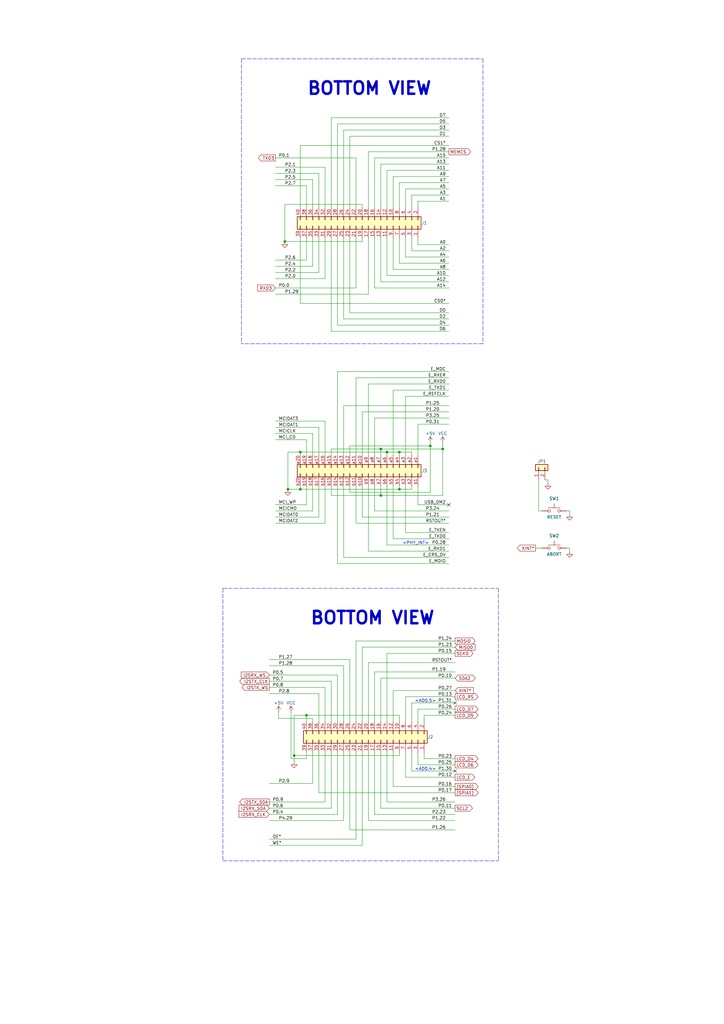
<source format=kicad_sch>
(kicad_sch (version 20211123) (generator eeschema)
  (paper "A3" portrait)
  (lib_symbols
    (symbol "Connector_Generic:Conn_01x02" (pin_names (offset 1.016) hide)
      (property "Reference" "J" (at 0 2.54 0))
      (property "Value" "Conn_01x02" (at 0 -5.08 0))
      (symbol "Conn_01x02_1_1"
        (rectangle (start -1.27 -2.413) (end 0 -2.667) (stroke (width 0.1524)))
        (rectangle (start -1.27 0.127) (end 0 -0.127) (stroke (width 0.1524)))
        (rectangle (start -1.27 1.27) (end 1.27 -3.81) (stroke (width 0.254)) (fill (type background)))
        (pin passive line (at -5.08 0 0) (length 3.81) (name "Pin_1") (number "1"))
        (pin passive line (at -5.08 -2.54 0) (length 3.81) (name "Pin_2") (number "2"))
      )
    )
    (symbol "Connector_Generic:Conn_02x20_Odd_Even" (pin_names (offset 1.016) hide)
      (property "Reference" "J" (at 1.27 25.4 0))
      (property "Value" "Conn_02x20_Odd_Even" (at 1.27 -27.94 0))
      (symbol "Conn_02x20_Odd_Even_1_1"
        (rectangle (start -1.27 -25.273) (end 0 -25.527) (stroke (width 0.1524)))
        (rectangle (start -1.27 -22.733) (end 0 -22.987) (stroke (width 0.1524)))
        (rectangle (start -1.27 -20.193) (end 0 -20.447) (stroke (width 0.1524)))
        (rectangle (start -1.27 -17.653) (end 0 -17.907) (stroke (width 0.1524)))
        (rectangle (start -1.27 -15.113) (end 0 -15.367) (stroke (width 0.1524)))
        (rectangle (start -1.27 -12.573) (end 0 -12.827) (stroke (width 0.1524)))
        (rectangle (start -1.27 -10.033) (end 0 -10.287) (stroke (width 0.1524)))
        (rectangle (start -1.27 -7.493) (end 0 -7.747) (stroke (width 0.1524)))
        (rectangle (start -1.27 -4.953) (end 0 -5.207) (stroke (width 0.1524)))
        (rectangle (start -1.27 -2.413) (end 0 -2.667) (stroke (width 0.1524)))
        (rectangle (start -1.27 0.127) (end 0 -0.127) (stroke (width 0.1524)))
        (rectangle (start -1.27 2.667) (end 0 2.413) (stroke (width 0.1524)))
        (rectangle (start -1.27 5.207) (end 0 4.953) (stroke (width 0.1524)))
        (rectangle (start -1.27 7.747) (end 0 7.493) (stroke (width 0.1524)))
        (rectangle (start -1.27 10.287) (end 0 10.033) (stroke (width 0.1524)))
        (rectangle (start -1.27 12.827) (end 0 12.573) (stroke (width 0.1524)))
        (rectangle (start -1.27 15.367) (end 0 15.113) (stroke (width 0.1524)))
        (rectangle (start -1.27 17.907) (end 0 17.653) (stroke (width 0.1524)))
        (rectangle (start -1.27 20.447) (end 0 20.193) (stroke (width 0.1524)))
        (rectangle (start -1.27 22.987) (end 0 22.733) (stroke (width 0.1524)))
        (rectangle (start -1.27 24.13) (end 3.81 -26.67) (stroke (width 0.254)) (fill (type background)))
        (rectangle (start 3.81 -25.273) (end 2.54 -25.527) (stroke (width 0.1524)))
        (rectangle (start 3.81 -22.733) (end 2.54 -22.987) (stroke (width 0.1524)))
        (rectangle (start 3.81 -20.193) (end 2.54 -20.447) (stroke (width 0.1524)))
        (rectangle (start 3.81 -17.653) (end 2.54 -17.907) (stroke (width 0.1524)))
        (rectangle (start 3.81 -15.113) (end 2.54 -15.367) (stroke (width 0.1524)))
        (rectangle (start 3.81 -12.573) (end 2.54 -12.827) (stroke (width 0.1524)))
        (rectangle (start 3.81 -10.033) (end 2.54 -10.287) (stroke (width 0.1524)))
        (rectangle (start 3.81 -7.493) (end 2.54 -7.747) (stroke (width 0.1524)))
        (rectangle (start 3.81 -4.953) (end 2.54 -5.207) (stroke (width 0.1524)))
        (rectangle (start 3.81 -2.413) (end 2.54 -2.667) (stroke (width 0.1524)))
        (rectangle (start 3.81 0.127) (end 2.54 -0.127) (stroke (width 0.1524)))
        (rectangle (start 3.81 2.667) (end 2.54 2.413) (stroke (width 0.1524)))
        (rectangle (start 3.81 5.207) (end 2.54 4.953) (stroke (width 0.1524)))
        (rectangle (start 3.81 7.747) (end 2.54 7.493) (stroke (width 0.1524)))
        (rectangle (start 3.81 10.287) (end 2.54 10.033) (stroke (width 0.1524)))
        (rectangle (start 3.81 12.827) (end 2.54 12.573) (stroke (width 0.1524)))
        (rectangle (start 3.81 15.367) (end 2.54 15.113) (stroke (width 0.1524)))
        (rectangle (start 3.81 17.907) (end 2.54 17.653) (stroke (width 0.1524)))
        (rectangle (start 3.81 20.447) (end 2.54 20.193) (stroke (width 0.1524)))
        (rectangle (start 3.81 22.987) (end 2.54 22.733) (stroke (width 0.1524)))
        (pin passive line (at -5.08 22.86 0) (length 3.81) (name "Pin_1") (number "1"))
        (pin passive line (at 7.62 12.7 180) (length 3.81) (name "Pin_10") (number "10"))
        (pin passive line (at -5.08 10.16 0) (length 3.81) (name "Pin_11") (number "11"))
        (pin passive line (at 7.62 10.16 180) (length 3.81) (name "Pin_12") (number "12"))
        (pin passive line (at -5.08 7.62 0) (length 3.81) (name "Pin_13") (number "13"))
        (pin passive line (at 7.62 7.62 180) (length 3.81) (name "Pin_14") (number "14"))
        (pin passive line (at -5.08 5.08 0) (length 3.81) (name "Pin_15") (number "15"))
        (pin passive line (at 7.62 5.08 180) (length 3.81) (name "Pin_16") (number "16"))
        (pin passive line (at -5.08 2.54 0) (length 3.81) (name "Pin_17") (number "17"))
        (pin passive line (at 7.62 2.54 180) (length 3.81) (name "Pin_18") (number "18"))
        (pin passive line (at -5.08 0 0) (length 3.81) (name "Pin_19") (number "19"))
        (pin passive line (at 7.62 22.86 180) (length 3.81) (name "Pin_2") (number "2"))
        (pin passive line (at 7.62 0 180) (length 3.81) (name "Pin_20") (number "20"))
        (pin passive line (at -5.08 -2.54 0) (length 3.81) (name "Pin_21") (number "21"))
        (pin passive line (at 7.62 -2.54 180) (length 3.81) (name "Pin_22") (number "22"))
        (pin passive line (at -5.08 -5.08 0) (length 3.81) (name "Pin_23") (number "23"))
        (pin passive line (at 7.62 -5.08 180) (length 3.81) (name "Pin_24") (number "24"))
        (pin passive line (at -5.08 -7.62 0) (length 3.81) (name "Pin_25") (number "25"))
        (pin passive line (at 7.62 -7.62 180) (length 3.81) (name "Pin_26") (number "26"))
        (pin passive line (at -5.08 -10.16 0) (length 3.81) (name "Pin_27") (number "27"))
        (pin passive line (at 7.62 -10.16 180) (length 3.81) (name "Pin_28") (number "28"))
        (pin passive line (at -5.08 -12.7 0) (length 3.81) (name "Pin_29") (number "29"))
        (pin passive line (at -5.08 20.32 0) (length 3.81) (name "Pin_3") (number "3"))
        (pin passive line (at 7.62 -12.7 180) (length 3.81) (name "Pin_30") (number "30"))
        (pin passive line (at -5.08 -15.24 0) (length 3.81) (name "Pin_31") (number "31"))
        (pin passive line (at 7.62 -15.24 180) (length 3.81) (name "Pin_32") (number "32"))
        (pin passive line (at -5.08 -17.78 0) (length 3.81) (name "Pin_33") (number "33"))
        (pin passive line (at 7.62 -17.78 180) (length 3.81) (name "Pin_34") (number "34"))
        (pin passive line (at -5.08 -20.32 0) (length 3.81) (name "Pin_35") (number "35"))
        (pin passive line (at 7.62 -20.32 180) (length 3.81) (name "Pin_36") (number "36"))
        (pin passive line (at -5.08 -22.86 0) (length 3.81) (name "Pin_37") (number "37"))
        (pin passive line (at 7.62 -22.86 180) (length 3.81) (name "Pin_38") (number "38"))
        (pin passive line (at -5.08 -25.4 0) (length 3.81) (name "Pin_39") (number "39"))
        (pin passive line (at 7.62 20.32 180) (length 3.81) (name "Pin_4") (number "4"))
        (pin passive line (at 7.62 -25.4 180) (length 3.81) (name "Pin_40") (number "40"))
        (pin passive line (at -5.08 17.78 0) (length 3.81) (name "Pin_5") (number "5"))
        (pin passive line (at 7.62 17.78 180) (length 3.81) (name "Pin_6") (number "6"))
        (pin passive line (at -5.08 15.24 0) (length 3.81) (name "Pin_7") (number "7"))
        (pin passive line (at 7.62 15.24 180) (length 3.81) (name "Pin_8") (number "8"))
        (pin passive line (at -5.08 12.7 0) (length 3.81) (name "Pin_9") (number "9"))
      )
    )
    (symbol "Connector_Generic:Conn_02x20_Row_Letter_First" (pin_names (offset 1.016) hide)
      (property "Reference" "J" (at 1.27 25.4 0))
      (property "Value" "Conn_02x20_Row_Letter_First" (at 1.27 -27.94 0))
      (symbol "Conn_02x20_Row_Letter_First_1_1"
        (rectangle (start -1.27 -25.273) (end 0 -25.527) (stroke (width 0.1524)))
        (rectangle (start -1.27 -22.733) (end 0 -22.987) (stroke (width 0.1524)))
        (rectangle (start -1.27 -20.193) (end 0 -20.447) (stroke (width 0.1524)))
        (rectangle (start -1.27 -17.653) (end 0 -17.907) (stroke (width 0.1524)))
        (rectangle (start -1.27 -15.113) (end 0 -15.367) (stroke (width 0.1524)))
        (rectangle (start -1.27 -12.573) (end 0 -12.827) (stroke (width 0.1524)))
        (rectangle (start -1.27 -10.033) (end 0 -10.287) (stroke (width 0.1524)))
        (rectangle (start -1.27 -7.493) (end 0 -7.747) (stroke (width 0.1524)))
        (rectangle (start -1.27 -4.953) (end 0 -5.207) (stroke (width 0.1524)))
        (rectangle (start -1.27 -2.413) (end 0 -2.667) (stroke (width 0.1524)))
        (rectangle (start -1.27 0.127) (end 0 -0.127) (stroke (width 0.1524)))
        (rectangle (start -1.27 2.667) (end 0 2.413) (stroke (width 0.1524)))
        (rectangle (start -1.27 5.207) (end 0 4.953) (stroke (width 0.1524)))
        (rectangle (start -1.27 7.747) (end 0 7.493) (stroke (width 0.1524)))
        (rectangle (start -1.27 10.287) (end 0 10.033) (stroke (width 0.1524)))
        (rectangle (start -1.27 12.827) (end 0 12.573) (stroke (width 0.1524)))
        (rectangle (start -1.27 15.367) (end 0 15.113) (stroke (width 0.1524)))
        (rectangle (start -1.27 17.907) (end 0 17.653) (stroke (width 0.1524)))
        (rectangle (start -1.27 20.447) (end 0 20.193) (stroke (width 0.1524)))
        (rectangle (start -1.27 22.987) (end 0 22.733) (stroke (width 0.1524)))
        (rectangle (start -1.27 24.13) (end 3.81 -26.67) (stroke (width 0.254)) (fill (type background)))
        (rectangle (start 3.81 -25.273) (end 2.54 -25.527) (stroke (width 0.1524)))
        (rectangle (start 3.81 -22.733) (end 2.54 -22.987) (stroke (width 0.1524)))
        (rectangle (start 3.81 -20.193) (end 2.54 -20.447) (stroke (width 0.1524)))
        (rectangle (start 3.81 -17.653) (end 2.54 -17.907) (stroke (width 0.1524)))
        (rectangle (start 3.81 -15.113) (end 2.54 -15.367) (stroke (width 0.1524)))
        (rectangle (start 3.81 -12.573) (end 2.54 -12.827) (stroke (width 0.1524)))
        (rectangle (start 3.81 -10.033) (end 2.54 -10.287) (stroke (width 0.1524)))
        (rectangle (start 3.81 -7.493) (end 2.54 -7.747) (stroke (width 0.1524)))
        (rectangle (start 3.81 -4.953) (end 2.54 -5.207) (stroke (width 0.1524)))
        (rectangle (start 3.81 -2.413) (end 2.54 -2.667) (stroke (width 0.1524)))
        (rectangle (start 3.81 0.127) (end 2.54 -0.127) (stroke (width 0.1524)))
        (rectangle (start 3.81 2.667) (end 2.54 2.413) (stroke (width 0.1524)))
        (rectangle (start 3.81 5.207) (end 2.54 4.953) (stroke (width 0.1524)))
        (rectangle (start 3.81 7.747) (end 2.54 7.493) (stroke (width 0.1524)))
        (rectangle (start 3.81 10.287) (end 2.54 10.033) (stroke (width 0.1524)))
        (rectangle (start 3.81 12.827) (end 2.54 12.573) (stroke (width 0.1524)))
        (rectangle (start 3.81 15.367) (end 2.54 15.113) (stroke (width 0.1524)))
        (rectangle (start 3.81 17.907) (end 2.54 17.653) (stroke (width 0.1524)))
        (rectangle (start 3.81 20.447) (end 2.54 20.193) (stroke (width 0.1524)))
        (rectangle (start 3.81 22.987) (end 2.54 22.733) (stroke (width 0.1524)))
        (pin passive line (at -5.08 22.86 0) (length 3.81) (name "Pin_a1") (number "a1"))
        (pin passive line (at -5.08 0 0) (length 3.81) (name "Pin_a10") (number "a10"))
        (pin passive line (at -5.08 -2.54 0) (length 3.81) (name "Pin_a11") (number "a11"))
        (pin passive line (at -5.08 -5.08 0) (length 3.81) (name "Pin_a12") (number "a12"))
        (pin passive line (at -5.08 -7.62 0) (length 3.81) (name "Pin_a13") (number "a13"))
        (pin passive line (at -5.08 -10.16 0) (length 3.81) (name "Pin_a14") (number "a14"))
        (pin passive line (at -5.08 -12.7 0) (length 3.81) (name "Pin_a15") (number "a15"))
        (pin passive line (at -5.08 -15.24 0) (length 3.81) (name "Pin_a16") (number "a16"))
        (pin passive line (at -5.08 -17.78 0) (length 3.81) (name "Pin_a17") (number "a17"))
        (pin passive line (at -5.08 -20.32 0) (length 3.81) (name "Pin_a18") (number "a18"))
        (pin passive line (at -5.08 -22.86 0) (length 3.81) (name "Pin_a19") (number "a19"))
        (pin passive line (at -5.08 20.32 0) (length 3.81) (name "Pin_a2") (number "a2"))
        (pin passive line (at -5.08 -25.4 0) (length 3.81) (name "Pin_a20") (number "a20"))
        (pin passive line (at -5.08 17.78 0) (length 3.81) (name "Pin_a3") (number "a3"))
        (pin passive line (at -5.08 15.24 0) (length 3.81) (name "Pin_a4") (number "a4"))
        (pin passive line (at -5.08 12.7 0) (length 3.81) (name "Pin_a5") (number "a5"))
        (pin passive line (at -5.08 10.16 0) (length 3.81) (name "Pin_a6") (number "a6"))
        (pin passive line (at -5.08 7.62 0) (length 3.81) (name "Pin_a7") (number "a7"))
        (pin passive line (at -5.08 5.08 0) (length 3.81) (name "Pin_a8") (number "a8"))
        (pin passive line (at -5.08 2.54 0) (length 3.81) (name "Pin_a9") (number "a9"))
        (pin passive line (at 7.62 22.86 180) (length 3.81) (name "Pin_b1") (number "b1"))
        (pin passive line (at 7.62 0 180) (length 3.81) (name "Pin_b10") (number "b10"))
        (pin passive line (at 7.62 -2.54 180) (length 3.81) (name "Pin_b11") (number "b11"))
        (pin passive line (at 7.62 -5.08 180) (length 3.81) (name "Pin_b12") (number "b12"))
        (pin passive line (at 7.62 -7.62 180) (length 3.81) (name "Pin_b13") (number "b13"))
        (pin passive line (at 7.62 -10.16 180) (length 3.81) (name "Pin_b14") (number "b14"))
        (pin passive line (at 7.62 -12.7 180) (length 3.81) (name "Pin_b15") (number "b15"))
        (pin passive line (at 7.62 -15.24 180) (length 3.81) (name "Pin_b16") (number "b16"))
        (pin passive line (at 7.62 -17.78 180) (length 3.81) (name "Pin_b17") (number "b17"))
        (pin passive line (at 7.62 -20.32 180) (length 3.81) (name "Pin_b18") (number "b18"))
        (pin passive line (at 7.62 -22.86 180) (length 3.81) (name "Pin_b19") (number "b19"))
        (pin passive line (at 7.62 20.32 180) (length 3.81) (name "Pin_b2") (number "b2"))
        (pin passive line (at 7.62 -25.4 180) (length 3.81) (name "Pin_b20") (number "b20"))
        (pin passive line (at 7.62 17.78 180) (length 3.81) (name "Pin_b3") (number "b3"))
        (pin passive line (at 7.62 15.24 180) (length 3.81) (name "Pin_b4") (number "b4"))
        (pin passive line (at 7.62 12.7 180) (length 3.81) (name "Pin_b5") (number "b5"))
        (pin passive line (at 7.62 10.16 180) (length 3.81) (name "Pin_b6") (number "b6"))
        (pin passive line (at 7.62 7.62 180) (length 3.81) (name "Pin_b7") (number "b7"))
        (pin passive line (at 7.62 5.08 180) (length 3.81) (name "Pin_b8") (number "b8"))
        (pin passive line (at 7.62 2.54 180) (length 3.81) (name "Pin_b9") (number "b9"))
      )
    )
    (symbol "Switch:SW_Push" (pin_numbers hide) (pin_names (offset 1.016) hide)
      (property "Reference" "SW" (at 1.27 2.54 0))
      (property "Value" "SW_Push" (at 0 -1.524 0))
      (symbol "SW_Push_0_1"
        (circle (center -2.032 0) (radius 0.508))
        (polyline (pts (xy 0 1.27) (xy 0 3.048)))
        (polyline (pts (xy 2.54 1.27) (xy -2.54 1.27)))
        (circle (center 2.032 0) (radius 0.508))
        (pin passive line (at -5.08 0 0) (length 2.54) (name "1") (number "1"))
        (pin passive line (at 5.08 0 180) (length 2.54) (name "2") (number "2"))
      )
    )
    (symbol "power:+5V" (power) (pin_names (offset 0))
      (property "Value" "+5V" (at 0 3.556 0))
      (symbol "+5V_0_1"
        (polyline (pts (xy -0.762 1.27) (xy 0 2.54)))
        (polyline (pts (xy 0 0) (xy 0 2.54)))
        (polyline (pts (xy 0 2.54) (xy 0.762 1.27)))
      )
      (symbol "+5V_1_1"
        (pin power_in line (at 0 0 90) (length 0) hide (name "+5V") (number "1"))
      )
    )
    (symbol "power:GND" (power) (pin_names (offset 0))
      (property "Value" "GND" (at 0 -3.81 0))
      (symbol "GND_0_1"
        (polyline (pts (xy 0 0) (xy 0 -1.27) (xy 1.27 -1.27) (xy 0 -2.54) (xy -1.27 -1.27) (xy 0 -1.27)))
      )
      (symbol "GND_1_1"
        (pin power_in line (at 0 0 270) (length 0) hide (name "GND") (number "1"))
      )
    )
    (symbol "power:VCC" (power) (pin_names (offset 0))
      (property "Value" "VCC" (at 0 3.81 0))
      (symbol "VCC_0_1"
        (polyline (pts (xy -0.762 1.27) (xy 0 2.54)))
        (polyline (pts (xy 0 0) (xy 0 2.54)))
        (polyline (pts (xy 0 2.54) (xy 0.762 1.27)))
      )
      (symbol "VCC_1_1"
        (pin power_in line (at 0 0 90) (length 0) hide (name "VCC") (number "1"))
      )
    )
  )
  (junction (at 123.19 200.66))
  (junction (at 158.75 185.42))
  (junction (at 156.21 184.15))
  (junction (at 163.83 185.42))
  (junction (at 181.61 184.15))
  (junction (at 163.83 200.66))
  (junction (at 156.21 203.2))
  (junction (at 118.11 200.66))
  (junction (at 123.19 185.42))
  (junction (at 120.65 309.88))
  (junction (at 125.73 293.37))
  (junction (at 116.84 99.06))
  (junction (at 176.53 182.88))
  (no_connect (at 186.69 316.23))
  (no_connect (at 184.15 207.01))
  (no_connect (at 186.69 288.29))
  (wire (pts (xy 148.59 186.69) (xy 148.59 168.91)))
  (wire (pts (xy 156.21 115.57) (xy 156.21 97.79)))
  (wire (pts (xy 110.49 346.71) (xy 148.59 346.71)))
  (wire (pts (xy 166.37 285.75) (xy 186.69 285.75)))
  (wire (pts (xy 143.51 128.27) (xy 184.15 128.27)))
  (wire (pts (xy 130.81 199.39) (xy 130.81 212.09)))
  (wire (pts (xy 118.11 185.42) (xy 118.11 200.66)))
  (wire (pts (xy 151.13 62.23) (xy 184.15 62.23)))
  (wire (pts (xy 113.03 207.01) (xy 125.73 207.01)))
  (wire (pts (xy 163.83 295.91) (xy 163.83 293.37)))
  (wire (pts (xy 168.91 199.39) (xy 168.91 200.66)))
  (wire (pts (xy 140.97 295.91) (xy 140.97 273.05)))
  (wire (pts (xy 166.37 105.41) (xy 184.15 105.41)))
  (wire (pts (xy 140.97 53.34) (xy 184.15 53.34)))
  (wire (pts (xy 133.35 199.39) (xy 133.35 214.63)))
  (wire (pts (xy 118.11 185.42) (xy 123.19 185.42)))
  (wire (pts (xy 219.71 224.79) (xy 222.25 224.79)))
  (wire (pts (xy 148.59 308.61) (xy 148.59 346.71)))
  (wire (pts (xy 146.05 308.61) (xy 146.05 344.17)))
  (wire (pts (xy 130.81 308.61) (xy 130.81 325.12)))
  (wire (pts (xy 158.75 295.91) (xy 158.75 267.97)))
  (wire (pts (xy 158.75 328.93) (xy 186.69 328.93)))
  (wire (pts (xy 148.59 199.39) (xy 148.59 212.09)))
  (wire (pts (xy 130.81 284.48) (xy 110.49 284.48)))
  (wire (pts (xy 153.67 334.01) (xy 186.69 334.01)))
  (wire (pts (xy 168.91 316.23) (xy 186.69 316.23)))
  (wire (pts (xy 161.29 295.91) (xy 161.29 283.21)))
  (wire (pts (xy 140.97 85.09) (xy 140.97 53.34)))
  (wire (pts (xy 135.89 331.47) (xy 110.49 331.47)))
  (wire (pts (xy 156.21 184.15) (xy 181.61 184.15)))
  (wire (pts (xy 128.27 97.79) (xy 128.27 109.22)))
  (wire (pts (xy 148.59 97.79) (xy 148.59 99.06)))
  (wire (pts (xy 151.13 336.55) (xy 186.69 336.55)))
  (wire (pts (xy 113.03 71.12) (xy 130.81 71.12)))
  (wire (pts (xy 135.89 48.26) (xy 184.15 48.26)))
  (wire (pts (xy 171.45 290.83) (xy 186.69 290.83)))
  (wire (pts (xy 161.29 85.09) (xy 161.29 72.39)))
  (polyline (pts (xy 198.12 140.97) (xy 99.06 140.97)))
  (wire (pts (xy 171.45 199.39) (xy 171.45 207.01)))
  (wire (pts (xy 158.75 113.03) (xy 158.75 97.79)))
  (wire (pts (xy 138.43 152.4) (xy 184.15 152.4)))
  (wire (pts (xy 168.91 295.91) (xy 168.91 288.29)))
  (wire (pts (xy 128.27 295.91) (xy 128.27 294.64)))
  (wire (pts (xy 135.89 199.39) (xy 135.89 203.2)))
  (wire (pts (xy 140.97 166.37) (xy 184.15 166.37)))
  (wire (pts (xy 153.67 295.91) (xy 153.67 275.59)))
  (wire (pts (xy 173.99 311.15) (xy 173.99 308.61)))
  (wire (pts (xy 140.97 308.61) (xy 140.97 336.55)))
  (wire (pts (xy 125.73 199.39) (xy 125.73 207.01)))
  (wire (pts (xy 133.35 186.69) (xy 133.35 172.72)))
  (wire (pts (xy 163.83 74.93) (xy 184.15 74.93)))
  (wire (pts (xy 110.49 344.17) (xy 146.05 344.17)))
  (wire (pts (xy 168.91 102.87) (xy 184.15 102.87)))
  (wire (pts (xy 166.37 105.41) (xy 166.37 97.79)))
  (wire (pts (xy 146.05 97.79) (xy 146.05 118.11)))
  (wire (pts (xy 161.29 110.49) (xy 184.15 110.49)))
  (wire (pts (xy 163.83 85.09) (xy 163.83 74.93)))
  (wire (pts (xy 143.51 295.91) (xy 143.51 270.51)))
  (wire (pts (xy 171.45 186.69) (xy 171.45 173.99)))
  (wire (pts (xy 168.91 316.23) (xy 168.91 308.61)))
  (wire (pts (xy 166.37 318.77) (xy 166.37 308.61)))
  (wire (pts (xy 133.35 97.79) (xy 133.35 114.3)))
  (wire (pts (xy 133.35 295.91) (xy 133.35 281.94)))
  (wire (pts (xy 140.97 336.55) (xy 110.49 336.55)))
  (wire (pts (xy 158.75 185.42) (xy 158.75 186.69)))
  (wire (pts (xy 114.3 294.64) (xy 114.3 292.1)))
  (wire (pts (xy 146.05 262.89) (xy 186.69 262.89)))
  (wire (pts (xy 135.89 186.69) (xy 135.89 184.15)))
  (wire (pts (xy 163.83 200.66) (xy 168.91 200.66)))
  (wire (pts (xy 166.37 186.69) (xy 166.37 162.56)))
  (polyline (pts (xy 198.12 24.13) (xy 198.12 140.97)))
  (wire (pts (xy 153.67 118.11) (xy 153.67 97.79)))
  (wire (pts (xy 128.27 177.8) (xy 128.27 186.69)))
  (wire (pts (xy 143.51 55.88) (xy 184.15 55.88)))
  (wire (pts (xy 113.03 120.65) (xy 151.13 120.65)))
  (wire (pts (xy 143.51 270.51) (xy 110.49 270.51)))
  (wire (pts (xy 128.27 85.09) (xy 128.27 73.66)))
  (wire (pts (xy 135.89 308.61) (xy 135.89 331.47)))
  (wire (pts (xy 171.45 82.55) (xy 184.15 82.55)))
  (wire (pts (xy 232.41 224.79) (xy 233.68 224.79)))
  (wire (pts (xy 151.13 271.78) (xy 186.69 271.78)))
  (wire (pts (xy 130.81 325.12) (xy 186.69 325.12)))
  (wire (pts (xy 156.21 115.57) (xy 184.15 115.57)))
  (wire (pts (xy 130.81 295.91) (xy 130.81 284.48)))
  (wire (pts (xy 143.51 128.27) (xy 143.51 97.79)))
  (wire (pts (xy 128.27 199.39) (xy 128.27 209.55)))
  (wire (pts (xy 135.89 135.89) (xy 184.15 135.89)))
  (wire (pts (xy 161.29 72.39) (xy 184.15 72.39)))
  (wire (pts (xy 168.91 102.87) (xy 168.91 97.79)))
  (wire (pts (xy 113.03 64.77) (xy 146.05 64.77)))
  (wire (pts (xy 161.29 160.02) (xy 184.15 160.02)))
  (wire (pts (xy 166.37 77.47) (xy 184.15 77.47)))
  (wire (pts (xy 153.67 64.77) (xy 184.15 64.77)))
  (wire (pts (xy 135.89 279.4) (xy 110.49 279.4)))
  (wire (pts (xy 140.97 273.05) (xy 110.49 273.05)))
  (wire (pts (xy 125.73 186.69) (xy 125.73 180.34)))
  (wire (pts (xy 161.29 283.21) (xy 186.69 283.21)))
  (wire (pts (xy 156.21 85.09) (xy 156.21 67.31)))
  (wire (pts (xy 140.97 130.81) (xy 184.15 130.81)))
  (wire (pts (xy 153.67 171.45) (xy 184.15 171.45)))
  (wire (pts (xy 135.89 85.09) (xy 135.89 48.26)))
  (wire (pts (xy 153.67 85.09) (xy 153.67 64.77)))
  (wire (pts (xy 171.45 295.91) (xy 171.45 290.83)))
  (wire (pts (xy 113.03 214.63) (xy 133.35 214.63)))
  (wire (pts (xy 128.27 294.64) (xy 114.3 294.64)))
  (wire (pts (xy 118.11 200.66) (xy 123.19 200.66)))
  (wire (pts (xy 223.52 196.85) (xy 224.79 196.85)))
  (wire (pts (xy 133.35 281.94) (xy 110.49 281.94)))
  (wire (pts (xy 163.83 199.39) (xy 163.83 200.66)))
  (wire (pts (xy 113.03 68.58) (xy 133.35 68.58)))
  (wire (pts (xy 138.43 50.8) (xy 184.15 50.8)))
  (wire (pts (xy 173.99 293.37) (xy 186.69 293.37)))
  (wire (pts (xy 171.45 100.33) (xy 184.15 100.33)))
  (wire (pts (xy 148.59 295.91) (xy 148.59 265.43)))
  (wire (pts (xy 143.51 201.93) (xy 176.53 201.93)))
  (wire (pts (xy 133.35 308.61) (xy 133.35 328.93)))
  (wire (pts (xy 224.79 196.85) (xy 224.79 198.12)))
  (wire (pts (xy 156.21 203.2) (xy 181.61 203.2)))
  (wire (pts (xy 113.03 114.3) (xy 133.35 114.3)))
  (wire (pts (xy 151.13 97.79) (xy 151.13 120.65)))
  (wire (pts (xy 163.83 107.95) (xy 184.15 107.95)))
  (wire (pts (xy 138.43 85.09) (xy 138.43 50.8)))
  (wire (pts (xy 158.75 185.42) (xy 163.83 185.42)))
  (wire (pts (xy 161.29 199.39) (xy 161.29 220.98)))
  (wire (pts (xy 146.05 154.94) (xy 184.15 154.94)))
  (wire (pts (xy 153.67 118.11) (xy 184.15 118.11)))
  (wire (pts (xy 171.45 173.99) (xy 184.15 173.99)))
  (wire (pts (xy 113.03 76.2) (xy 125.73 76.2)))
  (wire (pts (xy 168.91 80.01) (xy 184.15 80.01)))
  (wire (pts (xy 171.45 313.69) (xy 171.45 308.61)))
  (wire (pts (xy 156.21 199.39) (xy 156.21 203.2)))
  (wire (pts (xy 130.81 186.69) (xy 130.81 175.26)))
  (wire (pts (xy 138.43 133.35) (xy 184.15 133.35)))
  (wire (pts (xy 173.99 295.91) (xy 173.99 293.37)))
  (wire (pts (xy 146.05 199.39) (xy 146.05 214.63)))
  (wire (pts (xy 151.13 295.91) (xy 151.13 271.78)))
  (wire (pts (xy 138.43 276.86) (xy 110.49 276.86)))
  (wire (pts (xy 140.97 228.6) (xy 184.15 228.6)))
  (wire (pts (xy 166.37 199.39) (xy 166.37 218.44)))
  (wire (pts (xy 153.67 199.39) (xy 153.67 209.55)))
  (wire (pts (xy 166.37 295.91) (xy 166.37 285.75)))
  (wire (pts (xy 113.03 172.72) (xy 133.35 172.72)))
  (wire (pts (xy 168.91 186.69) (xy 168.91 185.42)))
  (wire (pts (xy 116.84 83.82) (xy 148.59 83.82)))
  (wire (pts (xy 153.67 334.01) (xy 153.67 308.61)))
  (wire (pts (xy 143.51 182.88) (xy 176.53 182.88)))
  (wire (pts (xy 125.73 308.61) (xy 125.73 311.15)))
  (wire (pts (xy 156.21 67.31) (xy 184.15 67.31)))
  (wire (pts (xy 156.21 331.47) (xy 186.69 331.47)))
  (wire (pts (xy 140.97 186.69) (xy 140.97 166.37)))
  (wire (pts (xy 113.03 175.26) (xy 130.81 175.26)))
  (wire (pts (xy 220.98 196.85) (xy 220.98 209.55)))
  (wire (pts (xy 143.51 186.69) (xy 143.51 182.88)))
  (wire (pts (xy 161.29 220.98) (xy 184.15 220.98)))
  (polyline (pts (xy 91.44 241.3) (xy 91.44 353.06)))
  (wire (pts (xy 166.37 318.77) (xy 186.69 318.77)))
  (wire (pts (xy 113.03 177.8) (xy 128.27 177.8)))
  (wire (pts (xy 138.43 334.01) (xy 110.49 334.01)))
  (wire (pts (xy 163.83 308.61) (xy 163.83 309.88)))
  (wire (pts (xy 153.67 186.69) (xy 153.67 171.45)))
  (polyline (pts (xy 204.47 241.3) (xy 204.47 353.06)))
  (wire (pts (xy 120.65 309.88) (xy 120.65 293.37)))
  (wire (pts (xy 171.45 207.01) (xy 184.15 207.01)))
  (wire (pts (xy 119.38 292.1) (xy 119.38 311.15)))
  (wire (pts (xy 116.84 99.06) (xy 116.84 83.82)))
  (wire (pts (xy 156.21 184.15) (xy 156.21 186.69)))
  (wire (pts (xy 158.75 223.52) (xy 184.15 223.52)))
  (wire (pts (xy 138.43 231.14) (xy 184.15 231.14)))
  (wire (pts (xy 133.35 328.93) (xy 110.49 328.93)))
  (wire (pts (xy 138.43 308.61) (xy 138.43 334.01)))
  (wire (pts (xy 113.03 109.22) (xy 128.27 109.22)))
  (wire (pts (xy 151.13 186.69) (xy 151.13 157.48)))
  (wire (pts (xy 123.19 59.69) (xy 184.15 59.69)))
  (wire (pts (xy 158.75 113.03) (xy 184.15 113.03)))
  (wire (pts (xy 176.53 182.88) (xy 176.53 201.93)))
  (wire (pts (xy 151.13 199.39) (xy 151.13 226.06)))
  (wire (pts (xy 176.53 181.61) (xy 176.53 182.88)))
  (wire (pts (xy 138.43 295.91) (xy 138.43 276.86)))
  (wire (pts (xy 123.19 124.46) (xy 184.15 124.46)))
  (wire (pts (xy 146.05 186.69) (xy 146.05 154.94)))
  (wire (pts (xy 113.03 209.55) (xy 128.27 209.55)))
  (wire (pts (xy 153.67 275.59) (xy 186.69 275.59)))
  (wire (pts (xy 173.99 311.15) (xy 186.69 311.15)))
  (wire (pts (xy 123.19 185.42) (xy 123.19 186.69)))
  (wire (pts (xy 140.97 130.81) (xy 140.97 97.79)))
  (wire (pts (xy 151.13 85.09) (xy 151.13 62.23)))
  (wire (pts (xy 156.21 331.47) (xy 156.21 308.61)))
  (wire (pts (xy 113.03 106.68) (xy 125.73 106.68)))
  (wire (pts (xy 158.75 267.97) (xy 186.69 267.97)))
  (wire (pts (xy 148.59 99.06) (xy 116.84 99.06)))
  (wire (pts (xy 123.19 97.79) (xy 123.19 124.46)))
  (wire (pts (xy 125.73 97.79) (xy 125.73 106.68)))
  (wire (pts (xy 120.65 309.88) (xy 120.65 312.42)))
  (wire (pts (xy 140.97 199.39) (xy 140.97 228.6)))
  (wire (pts (xy 143.51 85.09) (xy 143.51 55.88)))
  (wire (pts (xy 151.13 157.48) (xy 184.15 157.48)))
  (polyline (pts (xy 91.44 353.06) (xy 204.47 353.06)))
  (wire (pts (xy 171.45 313.69) (xy 186.69 313.69)))
  (wire (pts (xy 135.89 295.91) (xy 135.89 279.4)))
  (wire (pts (xy 146.05 85.09) (xy 146.05 64.77)))
  (wire (pts (xy 181.61 181.61) (xy 181.61 184.15)))
  (polyline (pts (xy 99.06 24.13) (xy 99.06 140.97)))
  (wire (pts (xy 168.91 288.29) (xy 186.69 288.29)))
  (wire (pts (xy 220.98 209.55) (xy 222.25 209.55)))
  (wire (pts (xy 133.35 85.09) (xy 133.35 68.58)))
  (wire (pts (xy 166.37 162.56) (xy 184.15 162.56)))
  (wire (pts (xy 113.03 180.34) (xy 125.73 180.34)))
  (wire (pts (xy 153.67 209.55) (xy 184.15 209.55)))
  (wire (pts (xy 123.19 85.09) (xy 123.19 59.69)))
  (wire (pts (xy 146.05 295.91) (xy 146.05 262.89)))
  (wire (pts (xy 138.43 186.69) (xy 138.43 152.4)))
  (wire (pts (xy 233.68 224.79) (xy 233.68 226.06)))
  (wire (pts (xy 130.81 85.09) (xy 130.81 71.12)))
  (wire (pts (xy 151.13 336.55) (xy 151.13 308.61)))
  (wire (pts (xy 135.89 184.15) (xy 156.21 184.15)))
  (wire (pts (xy 233.68 209.55) (xy 233.68 210.82)))
  (wire (pts (xy 125.73 293.37) (xy 163.83 293.37)))
  (wire (pts (xy 148.59 85.09) (xy 148.59 83.82)))
  (wire (pts (xy 156.21 278.13) (xy 186.69 278.13)))
  (wire (pts (xy 135.89 135.89) (xy 135.89 97.79)))
  (wire (pts (xy 113.03 212.09) (xy 130.81 212.09)))
  (wire (pts (xy 161.29 186.69) (xy 161.29 160.02)))
  (wire (pts (xy 146.05 214.63) (xy 184.15 214.63)))
  (wire (pts (xy 161.29 322.58) (xy 161.29 308.61)))
  (wire (pts (xy 181.61 184.15) (xy 181.61 203.2)))
  (wire (pts (xy 232.41 209.55) (xy 233.68 209.55)))
  (wire (pts (xy 151.13 226.06) (xy 184.15 226.06)))
  (wire (pts (xy 148.59 265.43) (xy 186.69 265.43)))
  (wire (pts (xy 125.73 85.09) (xy 125.73 76.2)))
  (polyline (pts (xy 91.44 241.3) (xy 204.47 241.3)))
  (wire (pts (xy 156.21 295.91) (xy 156.21 278.13)))
  (wire (pts (xy 130.81 97.79) (xy 130.81 111.76)))
  (wire (pts (xy 158.75 69.85) (xy 184.15 69.85)))
  (wire (pts (xy 143.51 199.39) (xy 143.51 201.93)))
  (wire (pts (xy 163.83 107.95) (xy 163.83 97.79)))
  (wire (pts (xy 166.37 218.44) (xy 184.15 218.44)))
  (wire (pts (xy 123.19 200.66) (xy 163.83 200.66)))
  (wire (pts (xy 166.37 85.09) (xy 166.37 77.47)))
  (wire (pts (xy 113.03 73.66) (xy 128.27 73.66)))
  (wire (pts (xy 158.75 199.39) (xy 158.75 223.52)))
  (wire (pts (xy 163.83 309.88) (xy 120.65 309.88)))
  (wire (pts (xy 138.43 199.39) (xy 138.43 231.14)))
  (wire (pts (xy 128.27 308.61) (xy 128.27 321.31)))
  (wire (pts (xy 168.91 85.09) (xy 168.91 80.01)))
  (wire (pts (xy 158.75 85.09) (xy 158.75 69.85)))
  (wire (pts (xy 120.65 293.37) (xy 125.73 293.37)))
  (wire (pts (xy 171.45 100.33) (xy 171.45 97.79)))
  (wire (pts (xy 163.83 185.42) (xy 163.83 186.69)))
  (wire (pts (xy 113.03 118.11) (xy 146.05 118.11)))
  (wire (pts (xy 143.51 340.36) (xy 186.69 340.36)))
  (polyline (pts (xy 99.06 24.13) (xy 198.12 24.13)))
  (wire (pts (xy 171.45 85.09) (xy 171.45 82.55)))
  (wire (pts (xy 161.29 322.58) (xy 186.69 322.58)))
  (wire (pts (xy 148.59 168.91) (xy 184.15 168.91)))
  (wire (pts (xy 148.59 212.09) (xy 184.15 212.09)))
  (wire (pts (xy 125.73 295.91) (xy 125.73 293.37)))
  (wire (pts (xy 123.19 185.42) (xy 158.75 185.42)))
  (wire (pts (xy 113.03 111.76) (xy 130.81 111.76)))
  (wire (pts (xy 123.19 199.39) (xy 123.19 200.66)))
  (wire (pts (xy 128.27 321.31) (xy 110.49 321.31)))
  (wire (pts (xy 125.73 311.15) (xy 119.38 311.15)))
  (wire (pts (xy 163.83 185.42) (xy 168.91 185.42)))
  (wire (pts (xy 161.29 110.49) (xy 161.29 97.79)))
  (wire (pts (xy 138.43 133.35) (xy 138.43 97.79)))
  (wire (pts (xy 135.89 203.2) (xy 156.21 203.2)))
  (wire (pts (xy 158.75 328.93) (xy 158.75 308.61)))
  (wire (pts (xy 143.51 308.61) (xy 143.51 340.36)))
  (text "BOTTOM VIEW" (at 127 256.54 0) (effects (font (size 5.08 5.08) (thickness 1.016) bold) (justify left bottom)))
  (text "<AD0.5>" (at 170.18 288.29 0) (effects (font (size 1.27 1.27)) (justify left bottom)))
  (text "<AD0.4>" (at 170.18 316.23 0) (effects (font (size 1.27 1.27)) (justify left bottom)))
  (text "BOTTOM VIEW" (at 125.73 39.37 0) (effects (font (size 5.08 5.08) (thickness 1.016) bold) (justify left bottom)))
  (text "<PHY_INT>" (at 165.1 223.52 0) (effects (font (size 1.27 1.27)) (justify left bottom)))
  (label "A6" (at 182.88 107.95 180))
  (label "RSTOUT*" (at 182.88 214.63 180))
  (label "USB_DM2" (at 182.88 207.01 180))
  (label "P0.5" (at 111.76 276.86 0))
  (label "A8" (at 182.88 110.49 180))
  (label "P0.0" (at 114.3 118.11 0))
  (label "MCIDAT2" (at 114.3 214.63 0))
  (label "P0.9" (at 111.76 328.93 0))
  (label "E_TXD1" (at 182.88 160.02 180))
  (label "MCI_CD" (at 114.3 180.34 0))
  (label "D4" (at 182.88 133.35 180))
  (label "P0.12" (at 185.42 318.77 180))
  (label "MCIDAT1" (at 114.3 175.26 0))
  (label "E_TXD0" (at 182.88 220.98 180))
  (label "P0.4" (at 111.76 334.01 0))
  (label "E_REFCLK" (at 182.88 162.56 180))
  (label "MCICLK" (at 114.3 177.8 0))
  (label "WE*" (at 111.76 346.71 0))
  (label "E_CRS_DV" (at 182.88 228.6 180))
  (label "P0.26" (at 185.42 290.83 180))
  (label "A13" (at 182.88 67.31 180))
  (label "RSTOUT*" (at 185.42 271.78 180))
  (label "E_RXD1" (at 182.88 226.06 180))
  (label "P1.22" (at 182.88 336.55 180))
  (label "P0.1" (at 114.3 64.77 0))
  (label "P1.20" (at 180.34 168.91 180))
  (label "P0.25" (at 185.42 313.69 180))
  (label "P1.26" (at 182.88 340.36 180))
  (label "A3" (at 182.88 80.01 180))
  (label "P1.30" (at 185.42 316.23 180))
  (label "P2.5" (at 116.84 73.66 0))
  (label "D5" (at 182.88 50.8 180))
  (label "E_TXEN" (at 182.88 218.44 180))
  (label "MCICMD" (at 114.3 209.55 0))
  (label "E_RXER" (at 182.88 154.94 180))
  (label "A2" (at 182.88 102.87 180))
  (label "P2.2" (at 116.84 111.76 0))
  (label "A0" (at 182.88 100.33 180))
  (label "P2.23" (at 182.88 334.01 180))
  (label "P0.16" (at 185.42 322.58 180))
  (label "P0.27" (at 185.42 283.21 180))
  (label "D3" (at 182.88 53.34 180))
  (label "P1.28" (at 114.3 273.05 0))
  (label "P1.19" (at 182.88 275.59 180))
  (label "A10" (at 182.88 113.03 180))
  (label "P4.29" (at 114.3 336.55 0))
  (label "P2.7" (at 116.84 76.2 0))
  (label "P2.3" (at 116.84 71.12 0))
  (label "A1" (at 182.88 82.55 180))
  (label "P1.21" (at 180.34 212.09 180))
  (label "A15" (at 182.88 64.77 180))
  (label "P2.4" (at 116.84 109.22 0))
  (label "A9" (at 182.88 72.39 180))
  (label "D6" (at 182.88 135.89 180))
  (label "E_RXD0" (at 182.88 157.48 180))
  (label "P2.6" (at 116.84 106.68 0))
  (label "CS1*" (at 182.88 59.69 180))
  (label "A5" (at 182.88 77.47 180))
  (label "MCIDAT0" (at 114.3 212.09 0))
  (label "P0.31" (at 180.34 173.99 180))
  (label "D1" (at 182.88 55.88 180))
  (label "D0" (at 182.88 128.27 180))
  (label "P0.28" (at 182.88 223.52 180))
  (label "P1.29" (at 116.84 120.65 0))
  (label "A7" (at 182.88 74.93 180))
  (label "P0.17" (at 185.42 325.12 180))
  (label "MCIDAT3" (at 114.3 172.72 0))
  (label "P2.1" (at 116.84 68.58 0))
  (label "P0.24" (at 185.42 293.37 180))
  (label "P0.7" (at 111.76 279.4 0))
  (label "P1.25" (at 180.34 166.37 180))
  (label "P3.26" (at 182.88 328.93 180))
  (label "A12" (at 182.88 115.57 180))
  (label "P1.28" (at 182.88 62.23 180))
  (label "P3.24" (at 180.34 209.55 180))
  (label "P2.0" (at 116.84 114.3 0))
  (label "P0.10" (at 185.42 278.13 180))
  (label "P0.15" (at 185.42 267.97 180))
  (label "P1.24" (at 185.42 262.89 180))
  (label "P1.31" (at 185.42 288.29 180))
  (label "P2.9" (at 114.3 321.31 0))
  (label "P0.13" (at 185.42 285.75 180))
  (label "P0.23" (at 185.42 311.15 180))
  (label "P3.25" (at 180.34 171.45 180))
  (label "D7" (at 182.88 48.26 180))
  (label "A11" (at 182.88 69.85 180))
  (label "D2" (at 182.88 130.81 180))
  (label "P1.23" (at 185.42 265.43 180))
  (label "P1.27" (at 114.3 270.51 0))
  (label "E_MDIO" (at 182.88 231.14 180))
  (label "A4" (at 182.88 105.41 180))
  (label "P0.8" (at 111.76 281.94 0))
  (label "P2.8" (at 114.3 284.48 0))
  (label "MCI_WP" (at 114.3 207.01 0))
  (label "E_MDC" (at 182.88 152.4 180))
  (label "P0.11" (at 185.42 331.47 180))
  (label "A14" (at 182.88 118.11 180))
  (label "P0.6" (at 111.76 331.47 0))
  (label "OE*" (at 111.76 344.17 0))
  (label "CS0*" (at 182.88 124.46 180))
  (global_label "I2STX_WS" (shape output) (at 110.49 281.94 180) (property "Intersheet References" "${INTERSHEET_REFS}" (effects hide)))
  (global_label "LCD_E" (shape output) (at 186.69 318.77 0) (property "Intersheet References" "${INTERSHEET_REFS}" (effects hide)))
  (global_label "LCD_D4" (shape output) (at 186.69 311.15 0) (property "Intersheet References" "${INTERSHEET_REFS}" (effects hide)))
  (global_label "SCL2" (shape output) (at 186.69 331.47 0) (property "Intersheet References" "${INTERSHEET_REFS}" (effects hide)))
  (global_label "SCK0" (shape output) (at 186.69 267.97 0) (property "Intersheet References" "${INTERSHEET_REFS}" (effects hide)))
  (global_label "(SPIA1)" (shape output) (at 186.69 325.12 0) (property "Intersheet References" "${INTERSHEET_REFS}" (effects hide)))
  (global_label "I2SRX_CLK" (shape input) (at 110.49 334.01 180) (property "Intersheet References" "${INTERSHEET_REFS}" (effects hide)))
  (global_label "XINT*" (shape output) (at 219.71 224.79 180) (property "Intersheet References" "${INTERSHEET_REFS}" (effects hide)))
  (global_label "TXD3" (shape output) (at 113.03 64.77 180) (property "Intersheet References" "${INTERSHEET_REFS}" (effects hide)))
  (global_label "I2SRX_SDA" (shape input) (at 110.49 331.47 180) (property "Intersheet References" "${INTERSHEET_REFS}" (effects hide)))
  (global_label "RXD3" (shape input) (at 113.03 118.11 180) (property "Intersheet References" "${INTERSHEET_REFS}" (effects hide)))
  (global_label "LCD_D7" (shape output) (at 186.69 290.83 0) (property "Intersheet References" "${INTERSHEET_REFS}" (effects hide)))
  (global_label "MEMCS" (shape output) (at 184.15 62.23 0) (property "Intersheet References" "${INTERSHEET_REFS}" (effects hide)))
  (global_label "(SPIA0)" (shape output) (at 186.69 322.58 0) (property "Intersheet References" "${INTERSHEET_REFS}" (effects hide)))
  (global_label "MISO0" (shape input) (at 186.69 265.43 0) (property "Intersheet References" "${INTERSHEET_REFS}" (effects hide)))
  (global_label "SDA2" (shape bidirectional) (at 186.69 278.13 0) (property "Intersheet References" "${INTERSHEET_REFS}" (effects hide)))
  (global_label "XINT*" (shape input) (at 186.69 283.21 0) (property "Intersheet References" "${INTERSHEET_REFS}" (effects hide)))
  (global_label "I2SRX_WS" (shape input) (at 110.49 276.86 180) (property "Intersheet References" "${INTERSHEET_REFS}" (effects hide)))
  (global_label "LCD_D6" (shape output) (at 186.69 313.69 0) (property "Intersheet References" "${INTERSHEET_REFS}" (effects hide)))
  (global_label "I2STX_CLK" (shape output) (at 110.49 279.4 180) (property "Intersheet References" "${INTERSHEET_REFS}" (effects hide)))
  (global_label "LCD_D5" (shape output) (at 186.69 293.37 0) (property "Intersheet References" "${INTERSHEET_REFS}" (effects hide)))
  (global_label "MOSI0" (shape output) (at 186.69 262.89 0) (property "Intersheet References" "${INTERSHEET_REFS}" (effects hide)))
  (global_label "I2STX_SDA" (shape output) (at 110.49 328.93 180) (property "Intersheet References" "${INTERSHEET_REFS}" (effects hide)))
  (global_label "LCD_RS" (shape output) (at 186.69 285.75 0) (property "Intersheet References" "${INTERSHEET_REFS}" (effects hide)))
  (symbol (lib_id "power:VCC") (at 119.38 292.1 0) (unit 1)
    (property "Reference" "#PWR?" (effects hide))
    (property "Value" "VCC" (at 119.38 288.29 0))
  )
  (symbol (lib_id "power:+5V") (at 176.53 181.61 0) (unit 1)
    (property "Reference" "#PWR?" (effects hide))
    (property "Value" "+5V" (at 176.53 177.8 0))
  )
  (symbol (lib_id "power:+5V") (at 114.3 292.1 0) (unit 1)
    (property "Reference" "#PWR?" (effects hide))
    (property "Value" "+5V" (at 114.3 288.29 0))
  )
  (symbol (lib_id "power:GND") (at 116.84 99.06 0) (unit 1)
    (property "Reference" "#PWR?" (effects hide))
    (property "Value" "GND" (effects hide))
  )
  (symbol (lib_id "Connector_Generic:Conn_02x20_Row_Letter_First") (at 148.59 191.77 270) (unit 1)
    (property "Reference" "J3" (at 175.26 193.04 90) (effects (justify right)))
    (property "Value" "Conn_02x20_Row_Letter_First" (effects hide))
  )
  (symbol (lib_id "power:GND") (at 120.65 312.42 0) (unit 1)
    (property "Reference" "#PWR?" (effects hide))
    (property "Value" "GND" (effects hide))
  )
  (symbol (lib_id "power:GND") (at 233.68 210.82 0) (unit 1)
    (property "Reference" "#PWR?" (effects hide))
    (property "Value" "GND" (effects hide))
  )
  (symbol (lib_id "Switch:SW_Push") (at 227.33 224.79 0) (unit 1)
    (property "Reference" "SW2" (at 227.33 219.71 0))
    (property "Value" "ABORT" (at 227.33 227.33 0))
  )
  (symbol (lib_id "Connector_Generic:Conn_02x20_Odd_Even") (at 151.13 303.53 270) (mirror x) (unit 1)
    (property "Reference" "J2" (at 176.53 302.26 90))
    (property "Value" "Conn_02x20_Odd_Even" (effects hide))
  )
  (symbol (lib_id "power:GND") (at 118.11 200.66 0) (unit 1)
    (property "Reference" "#PWR?" (effects hide))
    (property "Value" "GND" (effects hide))
  )
  (symbol (lib_id "power:GND") (at 224.79 198.12 0) (unit 1)
    (property "Reference" "#PWR?" (effects hide))
    (property "Value" "GND" (effects hide))
  )
  (symbol (lib_id "power:VCC") (at 181.61 181.61 0) (unit 1)
    (property "Reference" "#PWR?" (effects hide))
    (property "Value" "VCC" (at 181.61 177.8 0))
  )
  (symbol (lib_id "Switch:SW_Push") (at 227.33 209.55 0) (unit 1)
    (property "Reference" "SW1" (at 227.33 204.47 0))
    (property "Value" "RESET" (at 227.33 212.09 0))
  )
  (symbol (lib_id "Connector_Generic:Conn_02x20_Odd_Even") (at 148.59 92.71 270) (mirror x) (unit 1)
    (property "Reference" "J1" (at 173.99 91.44 90))
    (property "Value" "Conn_02x20_Odd_Even" (effects hide))
  )
  (symbol (lib_id "power:GND") (at 233.68 226.06 0) (unit 1)
    (property "Reference" "#PWR?" (effects hide))
    (property "Value" "GND" (effects hide))
  )
  (symbol (lib_id "Connector_Generic:Conn_01x02") (at 220.98 191.77 90) (unit 1)
    (property "Reference" "JP1" (at 222.25 189.23 90))
    (property "Value" "Conn_01x02" (effects hide))
  )
)
</source>
